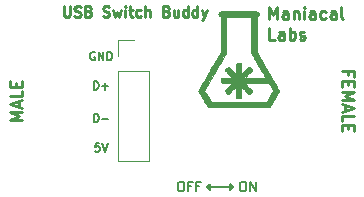
<source format=gbr>
G04 #@! TF.GenerationSoftware,KiCad,Pcbnew,(5.0.0)*
G04 #@! TF.CreationDate,2018-10-08T16:27:30-04:00*
G04 #@! TF.ProjectId,USBPowerSwtich,555342506F7765725377746963682E6B,rev?*
G04 #@! TF.SameCoordinates,Original*
G04 #@! TF.FileFunction,Legend,Top*
G04 #@! TF.FilePolarity,Positive*
%FSLAX46Y46*%
G04 Gerber Fmt 4.6, Leading zero omitted, Abs format (unit mm)*
G04 Created by KiCad (PCBNEW (5.0.0)) date 10/08/18 16:27:30*
%MOMM*%
%LPD*%
G01*
G04 APERTURE LIST*
%ADD10C,0.225000*%
%ADD11C,0.250000*%
%ADD12C,0.175000*%
%ADD13C,0.200000*%
%ADD14C,0.120000*%
%ADD15C,0.010000*%
G04 APERTURE END LIST*
D10*
X72100000Y-72007142D02*
X72100000Y-72735714D01*
X72142857Y-72821428D01*
X72185714Y-72864285D01*
X72271428Y-72907142D01*
X72442857Y-72907142D01*
X72528571Y-72864285D01*
X72571428Y-72821428D01*
X72614285Y-72735714D01*
X72614285Y-72007142D01*
X73000000Y-72864285D02*
X73128571Y-72907142D01*
X73342857Y-72907142D01*
X73428571Y-72864285D01*
X73471428Y-72821428D01*
X73514285Y-72735714D01*
X73514285Y-72650000D01*
X73471428Y-72564285D01*
X73428571Y-72521428D01*
X73342857Y-72478571D01*
X73171428Y-72435714D01*
X73085714Y-72392857D01*
X73042857Y-72350000D01*
X73000000Y-72264285D01*
X73000000Y-72178571D01*
X73042857Y-72092857D01*
X73085714Y-72050000D01*
X73171428Y-72007142D01*
X73385714Y-72007142D01*
X73514285Y-72050000D01*
X74200000Y-72435714D02*
X74328571Y-72478571D01*
X74371428Y-72521428D01*
X74414285Y-72607142D01*
X74414285Y-72735714D01*
X74371428Y-72821428D01*
X74328571Y-72864285D01*
X74242857Y-72907142D01*
X73900000Y-72907142D01*
X73900000Y-72007142D01*
X74200000Y-72007142D01*
X74285714Y-72050000D01*
X74328571Y-72092857D01*
X74371428Y-72178571D01*
X74371428Y-72264285D01*
X74328571Y-72350000D01*
X74285714Y-72392857D01*
X74200000Y-72435714D01*
X73900000Y-72435714D01*
X75442857Y-72864285D02*
X75571428Y-72907142D01*
X75785714Y-72907142D01*
X75871428Y-72864285D01*
X75914285Y-72821428D01*
X75957142Y-72735714D01*
X75957142Y-72650000D01*
X75914285Y-72564285D01*
X75871428Y-72521428D01*
X75785714Y-72478571D01*
X75614285Y-72435714D01*
X75528571Y-72392857D01*
X75485714Y-72350000D01*
X75442857Y-72264285D01*
X75442857Y-72178571D01*
X75485714Y-72092857D01*
X75528571Y-72050000D01*
X75614285Y-72007142D01*
X75828571Y-72007142D01*
X75957142Y-72050000D01*
X76257142Y-72307142D02*
X76428571Y-72907142D01*
X76600000Y-72478571D01*
X76771428Y-72907142D01*
X76942857Y-72307142D01*
X77285714Y-72907142D02*
X77285714Y-72307142D01*
X77285714Y-72007142D02*
X77242857Y-72050000D01*
X77285714Y-72092857D01*
X77328571Y-72050000D01*
X77285714Y-72007142D01*
X77285714Y-72092857D01*
X77585714Y-72307142D02*
X77928571Y-72307142D01*
X77714285Y-72007142D02*
X77714285Y-72778571D01*
X77757142Y-72864285D01*
X77842857Y-72907142D01*
X77928571Y-72907142D01*
X78614285Y-72864285D02*
X78528571Y-72907142D01*
X78357142Y-72907142D01*
X78271428Y-72864285D01*
X78228571Y-72821428D01*
X78185714Y-72735714D01*
X78185714Y-72478571D01*
X78228571Y-72392857D01*
X78271428Y-72350000D01*
X78357142Y-72307142D01*
X78528571Y-72307142D01*
X78614285Y-72350000D01*
X79000000Y-72907142D02*
X79000000Y-72007142D01*
X79385714Y-72907142D02*
X79385714Y-72435714D01*
X79342857Y-72350000D01*
X79257142Y-72307142D01*
X79128571Y-72307142D01*
X79042857Y-72350000D01*
X79000000Y-72392857D01*
X80800000Y-72435714D02*
X80928571Y-72478571D01*
X80971428Y-72521428D01*
X81014285Y-72607142D01*
X81014285Y-72735714D01*
X80971428Y-72821428D01*
X80928571Y-72864285D01*
X80842857Y-72907142D01*
X80500000Y-72907142D01*
X80500000Y-72007142D01*
X80800000Y-72007142D01*
X80885714Y-72050000D01*
X80928571Y-72092857D01*
X80971428Y-72178571D01*
X80971428Y-72264285D01*
X80928571Y-72350000D01*
X80885714Y-72392857D01*
X80800000Y-72435714D01*
X80500000Y-72435714D01*
X81785714Y-72307142D02*
X81785714Y-72907142D01*
X81400000Y-72307142D02*
X81400000Y-72778571D01*
X81442857Y-72864285D01*
X81528571Y-72907142D01*
X81657142Y-72907142D01*
X81742857Y-72864285D01*
X81785714Y-72821428D01*
X82600000Y-72907142D02*
X82600000Y-72007142D01*
X82600000Y-72864285D02*
X82514285Y-72907142D01*
X82342857Y-72907142D01*
X82257142Y-72864285D01*
X82214285Y-72821428D01*
X82171428Y-72735714D01*
X82171428Y-72478571D01*
X82214285Y-72392857D01*
X82257142Y-72350000D01*
X82342857Y-72307142D01*
X82514285Y-72307142D01*
X82600000Y-72350000D01*
X83414285Y-72907142D02*
X83414285Y-72007142D01*
X83414285Y-72864285D02*
X83328571Y-72907142D01*
X83157142Y-72907142D01*
X83071428Y-72864285D01*
X83028571Y-72821428D01*
X82985714Y-72735714D01*
X82985714Y-72478571D01*
X83028571Y-72392857D01*
X83071428Y-72350000D01*
X83157142Y-72307142D01*
X83328571Y-72307142D01*
X83414285Y-72350000D01*
X83757142Y-72307142D02*
X83971428Y-72907142D01*
X84185714Y-72307142D02*
X83971428Y-72907142D01*
X83885714Y-73121428D01*
X83842857Y-73164285D01*
X83757142Y-73207142D01*
D11*
X96171428Y-77833333D02*
X96171428Y-77500000D01*
X95647619Y-77500000D02*
X96647619Y-77500000D01*
X96647619Y-77976190D01*
X96171428Y-78357142D02*
X96171428Y-78690476D01*
X95647619Y-78833333D02*
X95647619Y-78357142D01*
X96647619Y-78357142D01*
X96647619Y-78833333D01*
X95647619Y-79261904D02*
X96647619Y-79261904D01*
X95933333Y-79595238D01*
X96647619Y-79928571D01*
X95647619Y-79928571D01*
X95933333Y-80357142D02*
X95933333Y-80833333D01*
X95647619Y-80261904D02*
X96647619Y-80595238D01*
X95647619Y-80928571D01*
X95647619Y-81738095D02*
X95647619Y-81261904D01*
X96647619Y-81261904D01*
X96171428Y-82071428D02*
X96171428Y-82404761D01*
X95647619Y-82547619D02*
X95647619Y-82071428D01*
X96647619Y-82071428D01*
X96647619Y-82547619D01*
X68552380Y-81619047D02*
X67552380Y-81619047D01*
X68266666Y-81285714D01*
X67552380Y-80952380D01*
X68552380Y-80952380D01*
X68266666Y-80523809D02*
X68266666Y-80047619D01*
X68552380Y-80619047D02*
X67552380Y-80285714D01*
X68552380Y-79952380D01*
X68552380Y-79142857D02*
X68552380Y-79619047D01*
X67552380Y-79619047D01*
X68028571Y-78809523D02*
X68028571Y-78476190D01*
X68552380Y-78333333D02*
X68552380Y-78809523D01*
X67552380Y-78809523D01*
X67552380Y-78333333D01*
X89500595Y-73077380D02*
X89500595Y-72077380D01*
X89833928Y-72791666D01*
X90167261Y-72077380D01*
X90167261Y-73077380D01*
X91072023Y-73077380D02*
X91072023Y-72553571D01*
X91024404Y-72458333D01*
X90929166Y-72410714D01*
X90738690Y-72410714D01*
X90643452Y-72458333D01*
X91072023Y-73029761D02*
X90976785Y-73077380D01*
X90738690Y-73077380D01*
X90643452Y-73029761D01*
X90595833Y-72934523D01*
X90595833Y-72839285D01*
X90643452Y-72744047D01*
X90738690Y-72696428D01*
X90976785Y-72696428D01*
X91072023Y-72648809D01*
X91548214Y-72410714D02*
X91548214Y-73077380D01*
X91548214Y-72505952D02*
X91595833Y-72458333D01*
X91691071Y-72410714D01*
X91833928Y-72410714D01*
X91929166Y-72458333D01*
X91976785Y-72553571D01*
X91976785Y-73077380D01*
X92452976Y-73077380D02*
X92452976Y-72410714D01*
X92452976Y-72077380D02*
X92405357Y-72125000D01*
X92452976Y-72172619D01*
X92500595Y-72125000D01*
X92452976Y-72077380D01*
X92452976Y-72172619D01*
X93357738Y-73077380D02*
X93357738Y-72553571D01*
X93310119Y-72458333D01*
X93214880Y-72410714D01*
X93024404Y-72410714D01*
X92929166Y-72458333D01*
X93357738Y-73029761D02*
X93262500Y-73077380D01*
X93024404Y-73077380D01*
X92929166Y-73029761D01*
X92881547Y-72934523D01*
X92881547Y-72839285D01*
X92929166Y-72744047D01*
X93024404Y-72696428D01*
X93262500Y-72696428D01*
X93357738Y-72648809D01*
X94262500Y-73029761D02*
X94167261Y-73077380D01*
X93976785Y-73077380D01*
X93881547Y-73029761D01*
X93833928Y-72982142D01*
X93786309Y-72886904D01*
X93786309Y-72601190D01*
X93833928Y-72505952D01*
X93881547Y-72458333D01*
X93976785Y-72410714D01*
X94167261Y-72410714D01*
X94262500Y-72458333D01*
X95119642Y-73077380D02*
X95119642Y-72553571D01*
X95072023Y-72458333D01*
X94976785Y-72410714D01*
X94786309Y-72410714D01*
X94691071Y-72458333D01*
X95119642Y-73029761D02*
X95024404Y-73077380D01*
X94786309Y-73077380D01*
X94691071Y-73029761D01*
X94643452Y-72934523D01*
X94643452Y-72839285D01*
X94691071Y-72744047D01*
X94786309Y-72696428D01*
X95024404Y-72696428D01*
X95119642Y-72648809D01*
X95738690Y-73077380D02*
X95643452Y-73029761D01*
X95595833Y-72934523D01*
X95595833Y-72077380D01*
X89976785Y-74827380D02*
X89500595Y-74827380D01*
X89500595Y-73827380D01*
X90738690Y-74827380D02*
X90738690Y-74303571D01*
X90691071Y-74208333D01*
X90595833Y-74160714D01*
X90405357Y-74160714D01*
X90310119Y-74208333D01*
X90738690Y-74779761D02*
X90643452Y-74827380D01*
X90405357Y-74827380D01*
X90310119Y-74779761D01*
X90262500Y-74684523D01*
X90262500Y-74589285D01*
X90310119Y-74494047D01*
X90405357Y-74446428D01*
X90643452Y-74446428D01*
X90738690Y-74398809D01*
X91214880Y-74827380D02*
X91214880Y-73827380D01*
X91214880Y-74208333D02*
X91310119Y-74160714D01*
X91500595Y-74160714D01*
X91595833Y-74208333D01*
X91643452Y-74255952D01*
X91691071Y-74351190D01*
X91691071Y-74636904D01*
X91643452Y-74732142D01*
X91595833Y-74779761D01*
X91500595Y-74827380D01*
X91310119Y-74827380D01*
X91214880Y-74779761D01*
X92072023Y-74779761D02*
X92167261Y-74827380D01*
X92357738Y-74827380D01*
X92452976Y-74779761D01*
X92500595Y-74684523D01*
X92500595Y-74636904D01*
X92452976Y-74541666D01*
X92357738Y-74494047D01*
X92214880Y-74494047D01*
X92119642Y-74446428D01*
X92072023Y-74351190D01*
X92072023Y-74303571D01*
X92119642Y-74208333D01*
X92214880Y-74160714D01*
X92357738Y-74160714D01*
X92452976Y-74208333D01*
D12*
X74716666Y-75900000D02*
X74650000Y-75866666D01*
X74550000Y-75866666D01*
X74450000Y-75900000D01*
X74383333Y-75966666D01*
X74350000Y-76033333D01*
X74316666Y-76166666D01*
X74316666Y-76266666D01*
X74350000Y-76400000D01*
X74383333Y-76466666D01*
X74450000Y-76533333D01*
X74550000Y-76566666D01*
X74616666Y-76566666D01*
X74716666Y-76533333D01*
X74750000Y-76500000D01*
X74750000Y-76266666D01*
X74616666Y-76266666D01*
X75050000Y-76566666D02*
X75050000Y-75866666D01*
X75450000Y-76566666D01*
X75450000Y-75866666D01*
X75783333Y-76566666D02*
X75783333Y-75866666D01*
X75950000Y-75866666D01*
X76050000Y-75900000D01*
X76116666Y-75966666D01*
X76150000Y-76033333D01*
X76183333Y-76166666D01*
X76183333Y-76266666D01*
X76150000Y-76400000D01*
X76116666Y-76466666D01*
X76050000Y-76533333D01*
X75950000Y-76566666D01*
X75783333Y-76566666D01*
X74633333Y-79066666D02*
X74633333Y-78366666D01*
X74800000Y-78366666D01*
X74900000Y-78400000D01*
X74966666Y-78466666D01*
X75000000Y-78533333D01*
X75033333Y-78666666D01*
X75033333Y-78766666D01*
X75000000Y-78900000D01*
X74966666Y-78966666D01*
X74900000Y-79033333D01*
X74800000Y-79066666D01*
X74633333Y-79066666D01*
X75333333Y-78800000D02*
X75866666Y-78800000D01*
X75600000Y-79066666D02*
X75600000Y-78533333D01*
X74633333Y-81816666D02*
X74633333Y-81116666D01*
X74800000Y-81116666D01*
X74900000Y-81150000D01*
X74966666Y-81216666D01*
X75000000Y-81283333D01*
X75033333Y-81416666D01*
X75033333Y-81516666D01*
X75000000Y-81650000D01*
X74966666Y-81716666D01*
X74900000Y-81783333D01*
X74800000Y-81816666D01*
X74633333Y-81816666D01*
X75333333Y-81550000D02*
X75866666Y-81550000D01*
X75116666Y-83616666D02*
X74783333Y-83616666D01*
X74750000Y-83950000D01*
X74783333Y-83916666D01*
X74850000Y-83883333D01*
X75016666Y-83883333D01*
X75083333Y-83916666D01*
X75116666Y-83950000D01*
X75150000Y-84016666D01*
X75150000Y-84183333D01*
X75116666Y-84250000D01*
X75083333Y-84283333D01*
X75016666Y-84316666D01*
X74850000Y-84316666D01*
X74783333Y-84283333D01*
X74750000Y-84250000D01*
X75350000Y-83616666D02*
X75583333Y-84316666D01*
X75816666Y-83616666D01*
D13*
X84450000Y-87550000D02*
X84200000Y-87300000D01*
X84450000Y-87050000D02*
X84450000Y-87550000D01*
X84200000Y-87300000D02*
X84450000Y-87050000D01*
X85200000Y-87300000D02*
X84200000Y-87300000D01*
X86200000Y-87550000D02*
X86450000Y-87300000D01*
X86200000Y-87050000D02*
X86200000Y-87550000D01*
X86450000Y-87300000D02*
X86200000Y-87050000D01*
X85200000Y-87300000D02*
X86450000Y-87300000D01*
X81938095Y-86861904D02*
X82090476Y-86861904D01*
X82166666Y-86900000D01*
X82242857Y-86976190D01*
X82280952Y-87128571D01*
X82280952Y-87395238D01*
X82242857Y-87547619D01*
X82166666Y-87623809D01*
X82090476Y-87661904D01*
X81938095Y-87661904D01*
X81861904Y-87623809D01*
X81785714Y-87547619D01*
X81747619Y-87395238D01*
X81747619Y-87128571D01*
X81785714Y-86976190D01*
X81861904Y-86900000D01*
X81938095Y-86861904D01*
X82890476Y-87242857D02*
X82623809Y-87242857D01*
X82623809Y-87661904D02*
X82623809Y-86861904D01*
X83004761Y-86861904D01*
X83576190Y-87242857D02*
X83309523Y-87242857D01*
X83309523Y-87661904D02*
X83309523Y-86861904D01*
X83690476Y-86861904D01*
X87204761Y-86861904D02*
X87357142Y-86861904D01*
X87433333Y-86900000D01*
X87509523Y-86976190D01*
X87547619Y-87128571D01*
X87547619Y-87395238D01*
X87509523Y-87547619D01*
X87433333Y-87623809D01*
X87357142Y-87661904D01*
X87204761Y-87661904D01*
X87128571Y-87623809D01*
X87052380Y-87547619D01*
X87014285Y-87395238D01*
X87014285Y-87128571D01*
X87052380Y-86976190D01*
X87128571Y-86900000D01*
X87204761Y-86861904D01*
X87890476Y-87661904D02*
X87890476Y-86861904D01*
X88347619Y-87661904D01*
X88347619Y-86861904D01*
D14*
G04 #@! TO.C,J3*
X76670000Y-74860000D02*
X78000000Y-74860000D01*
X76670000Y-76190000D02*
X76670000Y-74860000D01*
X79330000Y-77460000D02*
X76670000Y-77460000D01*
X79330000Y-85140000D02*
X79330000Y-77460000D01*
X76670000Y-85140000D02*
X79330000Y-85140000D01*
X76670000Y-77460000D02*
X76670000Y-85140000D01*
D15*
G04 #@! TO.C,G\002A\002A\002A*
G36*
X87180132Y-72435141D02*
X87369330Y-72435704D01*
X87551803Y-72436553D01*
X87724802Y-72437693D01*
X87885580Y-72439121D01*
X88031388Y-72440837D01*
X88159478Y-72442843D01*
X88267101Y-72445137D01*
X88351511Y-72447719D01*
X88409958Y-72450591D01*
X88439694Y-72453751D01*
X88441045Y-72454101D01*
X88514650Y-72489801D01*
X88568272Y-72542954D01*
X88601256Y-72607582D01*
X88612948Y-72677706D01*
X88602692Y-72747346D01*
X88569833Y-72810525D01*
X88513717Y-72861264D01*
X88487218Y-72875553D01*
X88424819Y-72904312D01*
X88424409Y-74386141D01*
X88424000Y-75867969D01*
X88851194Y-76608641D01*
X88941737Y-76765615D01*
X89044897Y-76944444D01*
X89157416Y-77139483D01*
X89276038Y-77345090D01*
X89397507Y-77555620D01*
X89518568Y-77765429D01*
X89635963Y-77968874D01*
X89746437Y-78160312D01*
X89795756Y-78245770D01*
X89884967Y-78400722D01*
X89969309Y-78547946D01*
X90047458Y-78685082D01*
X90118089Y-78809771D01*
X90179877Y-78919652D01*
X90231497Y-79012365D01*
X90271624Y-79085552D01*
X90298934Y-79136852D01*
X90312102Y-79163905D01*
X90313125Y-79167254D01*
X90305259Y-79187854D01*
X90282954Y-79232330D01*
X90248145Y-79297359D01*
X90202767Y-79379615D01*
X90148756Y-79475774D01*
X90088047Y-79582511D01*
X90022577Y-79696503D01*
X89954279Y-79814423D01*
X89885091Y-79932948D01*
X89816948Y-80048754D01*
X89751784Y-80158515D01*
X89691537Y-80258906D01*
X89638141Y-80346605D01*
X89593532Y-80418285D01*
X89559645Y-80470622D01*
X89538416Y-80500292D01*
X89534599Y-80504468D01*
X89487124Y-80548125D01*
X84312875Y-80548125D01*
X84265400Y-80504468D01*
X84248606Y-80482746D01*
X84218539Y-80437288D01*
X84177134Y-80371420D01*
X84126325Y-80288466D01*
X84068050Y-80191753D01*
X84004242Y-80084605D01*
X83936838Y-79970346D01*
X83867772Y-79852303D01*
X83798981Y-79733800D01*
X83732400Y-79618163D01*
X83669963Y-79508717D01*
X83613608Y-79408786D01*
X83565267Y-79321695D01*
X83526879Y-79250771D01*
X83500377Y-79199338D01*
X83487697Y-79170720D01*
X83486874Y-79166933D01*
X83493139Y-79151738D01*
X83991817Y-79151738D01*
X84266508Y-79627681D01*
X84541198Y-80103625D01*
X89258654Y-80103625D01*
X89533694Y-79626873D01*
X89808735Y-79150121D01*
X89700627Y-78964091D01*
X89652108Y-78880084D01*
X89601391Y-78791405D01*
X89554699Y-78708982D01*
X89520228Y-78647315D01*
X89447937Y-78516567D01*
X87432125Y-78516125D01*
X87727748Y-78813781D01*
X87807725Y-78894852D01*
X87880741Y-78969905D01*
X87943638Y-79035609D01*
X87993257Y-79088634D01*
X88026440Y-79125650D01*
X88039732Y-79142697D01*
X88047043Y-79180230D01*
X88034704Y-79215316D01*
X88009692Y-79251070D01*
X87969306Y-79295828D01*
X87920048Y-79343770D01*
X87868420Y-79389074D01*
X87820926Y-79425919D01*
X87784067Y-79448484D01*
X87769480Y-79452750D01*
X87747132Y-79442200D01*
X87705787Y-79410232D01*
X87644908Y-79356363D01*
X87563960Y-79280114D01*
X87462408Y-79181002D01*
X87420810Y-79139741D01*
X87106375Y-78826732D01*
X87106375Y-79261522D01*
X87106186Y-79392308D01*
X87105480Y-79495011D01*
X87104051Y-79573296D01*
X87101691Y-79630830D01*
X87098191Y-79671276D01*
X87093345Y-79698301D01*
X87086944Y-79715570D01*
X87080102Y-79725343D01*
X87063266Y-79738829D01*
X87037807Y-79747459D01*
X86997181Y-79752237D01*
X86934844Y-79754165D01*
X86890754Y-79754375D01*
X86817007Y-79753988D01*
X86768052Y-79751820D01*
X86736932Y-79746360D01*
X86716690Y-79736094D01*
X86700370Y-79719512D01*
X86694053Y-79711627D01*
X86683921Y-79697620D01*
X86676117Y-79681895D01*
X86670392Y-79660501D01*
X86666497Y-79629484D01*
X86664185Y-79584892D01*
X86663207Y-79522771D01*
X86663314Y-79439170D01*
X86664259Y-79330136D01*
X86665120Y-79251238D01*
X86666336Y-79139830D01*
X86667363Y-79039621D01*
X86668164Y-78954754D01*
X86668700Y-78889372D01*
X86668937Y-78847619D01*
X86668846Y-78833611D01*
X86657874Y-78844389D01*
X86627423Y-78874776D01*
X86580394Y-78921863D01*
X86519693Y-78982739D01*
X86448221Y-79054496D01*
X86368882Y-79134225D01*
X86367221Y-79135894D01*
X86285795Y-79216741D01*
X86209946Y-79290133D01*
X86143010Y-79352994D01*
X86088322Y-79402247D01*
X86049218Y-79434816D01*
X86029337Y-79447556D01*
X86008907Y-79448152D01*
X85984469Y-79437567D01*
X85951225Y-79412398D01*
X85904375Y-79369244D01*
X85866618Y-79332190D01*
X85804367Y-79267657D01*
X85764516Y-79219575D01*
X85744581Y-79184681D01*
X85741125Y-79167521D01*
X85746451Y-79149558D01*
X85763771Y-79122344D01*
X85795090Y-79083608D01*
X85842416Y-79031079D01*
X85907757Y-78962484D01*
X85993120Y-78875551D01*
X86046566Y-78821867D01*
X86352007Y-78516125D01*
X85924557Y-78516125D01*
X85785238Y-78516235D01*
X85674412Y-78515593D01*
X85588828Y-78512739D01*
X85525238Y-78506213D01*
X85480392Y-78494556D01*
X85451040Y-78476308D01*
X85433932Y-78450009D01*
X85425820Y-78414200D01*
X85423454Y-78367420D01*
X85423583Y-78308211D01*
X85423625Y-78291107D01*
X85423249Y-78229737D01*
X85424298Y-78180980D01*
X85430033Y-78143390D01*
X85443717Y-78115522D01*
X85468611Y-78095933D01*
X85507977Y-78083178D01*
X85565078Y-78075811D01*
X85643176Y-78072388D01*
X85745532Y-78071465D01*
X85875409Y-78071596D01*
X85919196Y-78071625D01*
X86351267Y-78071625D01*
X86038258Y-77757189D01*
X85948898Y-77666371D01*
X85871404Y-77585517D01*
X85808051Y-77517128D01*
X85761114Y-77463706D01*
X85732868Y-77427753D01*
X85725250Y-77412990D01*
X85736746Y-77386392D01*
X85767271Y-77345976D01*
X85810876Y-77297523D01*
X85861613Y-77246817D01*
X85913534Y-77199641D01*
X85960690Y-77161778D01*
X85997134Y-77139010D01*
X86011177Y-77135000D01*
X86030107Y-77141738D01*
X86061067Y-77163065D01*
X86105936Y-77200648D01*
X86166590Y-77256153D01*
X86244908Y-77331247D01*
X86342767Y-77427597D01*
X86359345Y-77444083D01*
X86669812Y-77753166D01*
X86665134Y-77328775D01*
X86663453Y-77190249D01*
X86662794Y-77080203D01*
X86664651Y-76995374D01*
X86670515Y-76932496D01*
X86681879Y-76888302D01*
X86700236Y-76859528D01*
X86727078Y-76842909D01*
X86763897Y-76835179D01*
X86812186Y-76833073D01*
X86873436Y-76833325D01*
X86891546Y-76833375D01*
X86971777Y-76834496D01*
X87026137Y-76838371D01*
X87060445Y-76845763D01*
X87080519Y-76857438D01*
X87081428Y-76858321D01*
X87088921Y-76869469D01*
X87094780Y-76888540D01*
X87099198Y-76919092D01*
X87102365Y-76964686D01*
X87104473Y-77028878D01*
X87105714Y-77115230D01*
X87106279Y-77227298D01*
X87106375Y-77322142D01*
X87106375Y-77761017D01*
X87420810Y-77448008D01*
X87524977Y-77345240D01*
X87609018Y-77264457D01*
X87674393Y-77204357D01*
X87722558Y-77163639D01*
X87754973Y-77141001D01*
X87771435Y-77135000D01*
X87803640Y-77147050D01*
X87851929Y-77181515D01*
X87911031Y-77234218D01*
X87977277Y-77300807D01*
X88020369Y-77352289D01*
X88042644Y-77392492D01*
X88046437Y-77425242D01*
X88039732Y-77445052D01*
X88024448Y-77464412D01*
X87989823Y-77502842D01*
X87939016Y-77557013D01*
X87875186Y-77623594D01*
X87801491Y-77699256D01*
X87727748Y-77773968D01*
X87432125Y-78071625D01*
X89188589Y-78071625D01*
X89157294Y-78020031D01*
X89122471Y-77961823D01*
X89076078Y-77883049D01*
X89019623Y-77786349D01*
X88954614Y-77674365D01*
X88882559Y-77549736D01*
X88804966Y-77415105D01*
X88723344Y-77273113D01*
X88639201Y-77126400D01*
X88554044Y-76977608D01*
X88469382Y-76829378D01*
X88386723Y-76684351D01*
X88307576Y-76545167D01*
X88233448Y-76414468D01*
X88165847Y-76294896D01*
X88106282Y-76189090D01*
X88056260Y-76099693D01*
X88017291Y-76029345D01*
X87990882Y-75980688D01*
X87978540Y-75956361D01*
X87977896Y-75954659D01*
X87975786Y-75931630D01*
X87973779Y-75879011D01*
X87971895Y-75798962D01*
X87970154Y-75693643D01*
X87968575Y-75565212D01*
X87967179Y-75415830D01*
X87965985Y-75247656D01*
X87965013Y-75062850D01*
X87964282Y-74863573D01*
X87963814Y-74651983D01*
X87963627Y-74430240D01*
X87963625Y-74400636D01*
X87963625Y-72896375D01*
X85836989Y-72896375D01*
X85828437Y-75968187D01*
X85484729Y-76563500D01*
X85395018Y-76718868D01*
X85295473Y-76891244D01*
X85190521Y-77072961D01*
X85084590Y-77256356D01*
X84982106Y-77433764D01*
X84887496Y-77597521D01*
X84819940Y-77714437D01*
X84674356Y-77966399D01*
X84542857Y-78194050D01*
X84425664Y-78397010D01*
X84322995Y-78574897D01*
X84235071Y-78727331D01*
X84162110Y-78853931D01*
X84104332Y-78954316D01*
X84061957Y-79028107D01*
X84035205Y-79074921D01*
X84030081Y-79083962D01*
X83991817Y-79151738D01*
X83493139Y-79151738D01*
X83494593Y-79148214D01*
X83516661Y-79105010D01*
X83551444Y-79040273D01*
X83597311Y-78956953D01*
X83652628Y-78857999D01*
X83715763Y-78746362D01*
X83785083Y-78624993D01*
X83829919Y-78547074D01*
X83916007Y-78397890D01*
X84008884Y-78236959D01*
X84104742Y-78070876D01*
X84199776Y-77906236D01*
X84290179Y-77749633D01*
X84372145Y-77607663D01*
X84438823Y-77492187D01*
X84510062Y-77368821D01*
X84593259Y-77224738D01*
X84684500Y-77066716D01*
X84779870Y-76901537D01*
X84875455Y-76735979D01*
X84967341Y-76576823D01*
X85040341Y-76450372D01*
X85376000Y-75868931D01*
X85375590Y-74386622D01*
X85375180Y-72904312D01*
X85312781Y-72875553D01*
X85247983Y-72830866D01*
X85206683Y-72771549D01*
X85188225Y-72703581D01*
X85191955Y-72632941D01*
X85217218Y-72565606D01*
X85263358Y-72507557D01*
X85329721Y-72464771D01*
X85358954Y-72454101D01*
X85385501Y-72450910D01*
X85441048Y-72448009D01*
X85522847Y-72445396D01*
X85628151Y-72443071D01*
X85754211Y-72441035D01*
X85898279Y-72439288D01*
X86057606Y-72437830D01*
X86229446Y-72436660D01*
X86411049Y-72435780D01*
X86599667Y-72435187D01*
X86792552Y-72434883D01*
X86986957Y-72434868D01*
X87180132Y-72435141D01*
X87180132Y-72435141D01*
G37*
X87180132Y-72435141D02*
X87369330Y-72435704D01*
X87551803Y-72436553D01*
X87724802Y-72437693D01*
X87885580Y-72439121D01*
X88031388Y-72440837D01*
X88159478Y-72442843D01*
X88267101Y-72445137D01*
X88351511Y-72447719D01*
X88409958Y-72450591D01*
X88439694Y-72453751D01*
X88441045Y-72454101D01*
X88514650Y-72489801D01*
X88568272Y-72542954D01*
X88601256Y-72607582D01*
X88612948Y-72677706D01*
X88602692Y-72747346D01*
X88569833Y-72810525D01*
X88513717Y-72861264D01*
X88487218Y-72875553D01*
X88424819Y-72904312D01*
X88424409Y-74386141D01*
X88424000Y-75867969D01*
X88851194Y-76608641D01*
X88941737Y-76765615D01*
X89044897Y-76944444D01*
X89157416Y-77139483D01*
X89276038Y-77345090D01*
X89397507Y-77555620D01*
X89518568Y-77765429D01*
X89635963Y-77968874D01*
X89746437Y-78160312D01*
X89795756Y-78245770D01*
X89884967Y-78400722D01*
X89969309Y-78547946D01*
X90047458Y-78685082D01*
X90118089Y-78809771D01*
X90179877Y-78919652D01*
X90231497Y-79012365D01*
X90271624Y-79085552D01*
X90298934Y-79136852D01*
X90312102Y-79163905D01*
X90313125Y-79167254D01*
X90305259Y-79187854D01*
X90282954Y-79232330D01*
X90248145Y-79297359D01*
X90202767Y-79379615D01*
X90148756Y-79475774D01*
X90088047Y-79582511D01*
X90022577Y-79696503D01*
X89954279Y-79814423D01*
X89885091Y-79932948D01*
X89816948Y-80048754D01*
X89751784Y-80158515D01*
X89691537Y-80258906D01*
X89638141Y-80346605D01*
X89593532Y-80418285D01*
X89559645Y-80470622D01*
X89538416Y-80500292D01*
X89534599Y-80504468D01*
X89487124Y-80548125D01*
X84312875Y-80548125D01*
X84265400Y-80504468D01*
X84248606Y-80482746D01*
X84218539Y-80437288D01*
X84177134Y-80371420D01*
X84126325Y-80288466D01*
X84068050Y-80191753D01*
X84004242Y-80084605D01*
X83936838Y-79970346D01*
X83867772Y-79852303D01*
X83798981Y-79733800D01*
X83732400Y-79618163D01*
X83669963Y-79508717D01*
X83613608Y-79408786D01*
X83565267Y-79321695D01*
X83526879Y-79250771D01*
X83500377Y-79199338D01*
X83487697Y-79170720D01*
X83486874Y-79166933D01*
X83493139Y-79151738D01*
X83991817Y-79151738D01*
X84266508Y-79627681D01*
X84541198Y-80103625D01*
X89258654Y-80103625D01*
X89533694Y-79626873D01*
X89808735Y-79150121D01*
X89700627Y-78964091D01*
X89652108Y-78880084D01*
X89601391Y-78791405D01*
X89554699Y-78708982D01*
X89520228Y-78647315D01*
X89447937Y-78516567D01*
X87432125Y-78516125D01*
X87727748Y-78813781D01*
X87807725Y-78894852D01*
X87880741Y-78969905D01*
X87943638Y-79035609D01*
X87993257Y-79088634D01*
X88026440Y-79125650D01*
X88039732Y-79142697D01*
X88047043Y-79180230D01*
X88034704Y-79215316D01*
X88009692Y-79251070D01*
X87969306Y-79295828D01*
X87920048Y-79343770D01*
X87868420Y-79389074D01*
X87820926Y-79425919D01*
X87784067Y-79448484D01*
X87769480Y-79452750D01*
X87747132Y-79442200D01*
X87705787Y-79410232D01*
X87644908Y-79356363D01*
X87563960Y-79280114D01*
X87462408Y-79181002D01*
X87420810Y-79139741D01*
X87106375Y-78826732D01*
X87106375Y-79261522D01*
X87106186Y-79392308D01*
X87105480Y-79495011D01*
X87104051Y-79573296D01*
X87101691Y-79630830D01*
X87098191Y-79671276D01*
X87093345Y-79698301D01*
X87086944Y-79715570D01*
X87080102Y-79725343D01*
X87063266Y-79738829D01*
X87037807Y-79747459D01*
X86997181Y-79752237D01*
X86934844Y-79754165D01*
X86890754Y-79754375D01*
X86817007Y-79753988D01*
X86768052Y-79751820D01*
X86736932Y-79746360D01*
X86716690Y-79736094D01*
X86700370Y-79719512D01*
X86694053Y-79711627D01*
X86683921Y-79697620D01*
X86676117Y-79681895D01*
X86670392Y-79660501D01*
X86666497Y-79629484D01*
X86664185Y-79584892D01*
X86663207Y-79522771D01*
X86663314Y-79439170D01*
X86664259Y-79330136D01*
X86665120Y-79251238D01*
X86666336Y-79139830D01*
X86667363Y-79039621D01*
X86668164Y-78954754D01*
X86668700Y-78889372D01*
X86668937Y-78847619D01*
X86668846Y-78833611D01*
X86657874Y-78844389D01*
X86627423Y-78874776D01*
X86580394Y-78921863D01*
X86519693Y-78982739D01*
X86448221Y-79054496D01*
X86368882Y-79134225D01*
X86367221Y-79135894D01*
X86285795Y-79216741D01*
X86209946Y-79290133D01*
X86143010Y-79352994D01*
X86088322Y-79402247D01*
X86049218Y-79434816D01*
X86029337Y-79447556D01*
X86008907Y-79448152D01*
X85984469Y-79437567D01*
X85951225Y-79412398D01*
X85904375Y-79369244D01*
X85866618Y-79332190D01*
X85804367Y-79267657D01*
X85764516Y-79219575D01*
X85744581Y-79184681D01*
X85741125Y-79167521D01*
X85746451Y-79149558D01*
X85763771Y-79122344D01*
X85795090Y-79083608D01*
X85842416Y-79031079D01*
X85907757Y-78962484D01*
X85993120Y-78875551D01*
X86046566Y-78821867D01*
X86352007Y-78516125D01*
X85924557Y-78516125D01*
X85785238Y-78516235D01*
X85674412Y-78515593D01*
X85588828Y-78512739D01*
X85525238Y-78506213D01*
X85480392Y-78494556D01*
X85451040Y-78476308D01*
X85433932Y-78450009D01*
X85425820Y-78414200D01*
X85423454Y-78367420D01*
X85423583Y-78308211D01*
X85423625Y-78291107D01*
X85423249Y-78229737D01*
X85424298Y-78180980D01*
X85430033Y-78143390D01*
X85443717Y-78115522D01*
X85468611Y-78095933D01*
X85507977Y-78083178D01*
X85565078Y-78075811D01*
X85643176Y-78072388D01*
X85745532Y-78071465D01*
X85875409Y-78071596D01*
X85919196Y-78071625D01*
X86351267Y-78071625D01*
X86038258Y-77757189D01*
X85948898Y-77666371D01*
X85871404Y-77585517D01*
X85808051Y-77517128D01*
X85761114Y-77463706D01*
X85732868Y-77427753D01*
X85725250Y-77412990D01*
X85736746Y-77386392D01*
X85767271Y-77345976D01*
X85810876Y-77297523D01*
X85861613Y-77246817D01*
X85913534Y-77199641D01*
X85960690Y-77161778D01*
X85997134Y-77139010D01*
X86011177Y-77135000D01*
X86030107Y-77141738D01*
X86061067Y-77163065D01*
X86105936Y-77200648D01*
X86166590Y-77256153D01*
X86244908Y-77331247D01*
X86342767Y-77427597D01*
X86359345Y-77444083D01*
X86669812Y-77753166D01*
X86665134Y-77328775D01*
X86663453Y-77190249D01*
X86662794Y-77080203D01*
X86664651Y-76995374D01*
X86670515Y-76932496D01*
X86681879Y-76888302D01*
X86700236Y-76859528D01*
X86727078Y-76842909D01*
X86763897Y-76835179D01*
X86812186Y-76833073D01*
X86873436Y-76833325D01*
X86891546Y-76833375D01*
X86971777Y-76834496D01*
X87026137Y-76838371D01*
X87060445Y-76845763D01*
X87080519Y-76857438D01*
X87081428Y-76858321D01*
X87088921Y-76869469D01*
X87094780Y-76888540D01*
X87099198Y-76919092D01*
X87102365Y-76964686D01*
X87104473Y-77028878D01*
X87105714Y-77115230D01*
X87106279Y-77227298D01*
X87106375Y-77322142D01*
X87106375Y-77761017D01*
X87420810Y-77448008D01*
X87524977Y-77345240D01*
X87609018Y-77264457D01*
X87674393Y-77204357D01*
X87722558Y-77163639D01*
X87754973Y-77141001D01*
X87771435Y-77135000D01*
X87803640Y-77147050D01*
X87851929Y-77181515D01*
X87911031Y-77234218D01*
X87977277Y-77300807D01*
X88020369Y-77352289D01*
X88042644Y-77392492D01*
X88046437Y-77425242D01*
X88039732Y-77445052D01*
X88024448Y-77464412D01*
X87989823Y-77502842D01*
X87939016Y-77557013D01*
X87875186Y-77623594D01*
X87801491Y-77699256D01*
X87727748Y-77773968D01*
X87432125Y-78071625D01*
X89188589Y-78071625D01*
X89157294Y-78020031D01*
X89122471Y-77961823D01*
X89076078Y-77883049D01*
X89019623Y-77786349D01*
X88954614Y-77674365D01*
X88882559Y-77549736D01*
X88804966Y-77415105D01*
X88723344Y-77273113D01*
X88639201Y-77126400D01*
X88554044Y-76977608D01*
X88469382Y-76829378D01*
X88386723Y-76684351D01*
X88307576Y-76545167D01*
X88233448Y-76414468D01*
X88165847Y-76294896D01*
X88106282Y-76189090D01*
X88056260Y-76099693D01*
X88017291Y-76029345D01*
X87990882Y-75980688D01*
X87978540Y-75956361D01*
X87977896Y-75954659D01*
X87975786Y-75931630D01*
X87973779Y-75879011D01*
X87971895Y-75798962D01*
X87970154Y-75693643D01*
X87968575Y-75565212D01*
X87967179Y-75415830D01*
X87965985Y-75247656D01*
X87965013Y-75062850D01*
X87964282Y-74863573D01*
X87963814Y-74651983D01*
X87963627Y-74430240D01*
X87963625Y-74400636D01*
X87963625Y-72896375D01*
X85836989Y-72896375D01*
X85828437Y-75968187D01*
X85484729Y-76563500D01*
X85395018Y-76718868D01*
X85295473Y-76891244D01*
X85190521Y-77072961D01*
X85084590Y-77256356D01*
X84982106Y-77433764D01*
X84887496Y-77597521D01*
X84819940Y-77714437D01*
X84674356Y-77966399D01*
X84542857Y-78194050D01*
X84425664Y-78397010D01*
X84322995Y-78574897D01*
X84235071Y-78727331D01*
X84162110Y-78853931D01*
X84104332Y-78954316D01*
X84061957Y-79028107D01*
X84035205Y-79074921D01*
X84030081Y-79083962D01*
X83991817Y-79151738D01*
X83493139Y-79151738D01*
X83494593Y-79148214D01*
X83516661Y-79105010D01*
X83551444Y-79040273D01*
X83597311Y-78956953D01*
X83652628Y-78857999D01*
X83715763Y-78746362D01*
X83785083Y-78624993D01*
X83829919Y-78547074D01*
X83916007Y-78397890D01*
X84008884Y-78236959D01*
X84104742Y-78070876D01*
X84199776Y-77906236D01*
X84290179Y-77749633D01*
X84372145Y-77607663D01*
X84438823Y-77492187D01*
X84510062Y-77368821D01*
X84593259Y-77224738D01*
X84684500Y-77066716D01*
X84779870Y-76901537D01*
X84875455Y-76735979D01*
X84967341Y-76576823D01*
X85040341Y-76450372D01*
X85376000Y-75868931D01*
X85375590Y-74386622D01*
X85375180Y-72904312D01*
X85312781Y-72875553D01*
X85247983Y-72830866D01*
X85206683Y-72771549D01*
X85188225Y-72703581D01*
X85191955Y-72632941D01*
X85217218Y-72565606D01*
X85263358Y-72507557D01*
X85329721Y-72464771D01*
X85358954Y-72454101D01*
X85385501Y-72450910D01*
X85441048Y-72448009D01*
X85522847Y-72445396D01*
X85628151Y-72443071D01*
X85754211Y-72441035D01*
X85898279Y-72439288D01*
X86057606Y-72437830D01*
X86229446Y-72436660D01*
X86411049Y-72435780D01*
X86599667Y-72435187D01*
X86792552Y-72434883D01*
X86986957Y-72434868D01*
X87180132Y-72435141D01*
G04 #@! TD*
M02*

</source>
